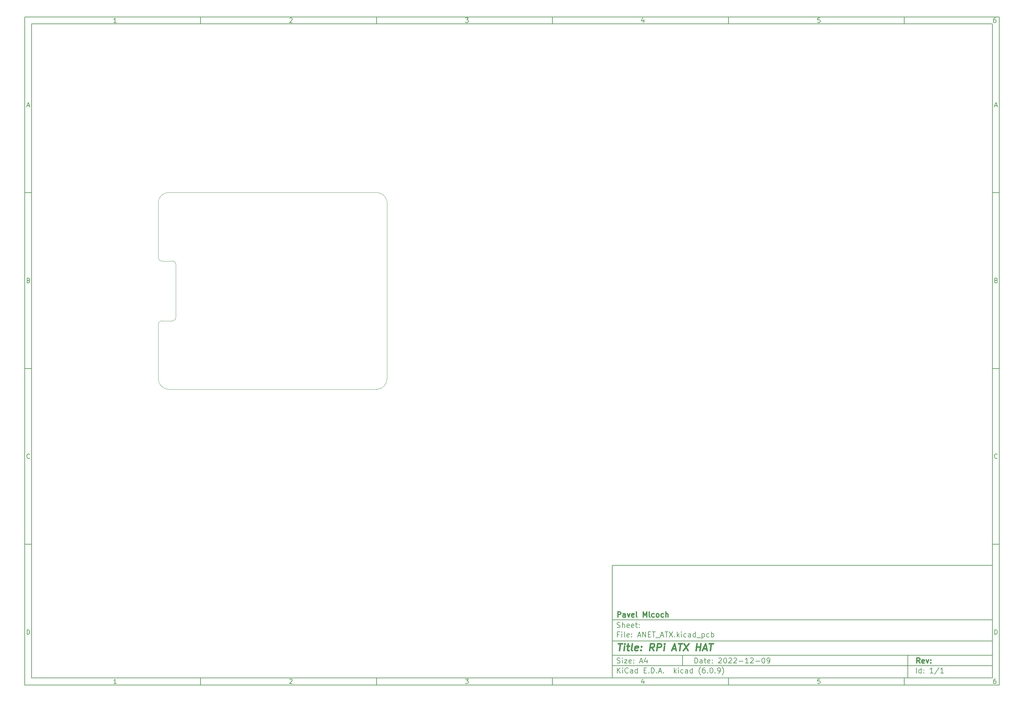
<source format=gbr>
%TF.GenerationSoftware,KiCad,Pcbnew,(6.0.9)*%
%TF.CreationDate,2022-12-14T14:47:33+01:00*%
%TF.ProjectId,ANET_ATX,414e4554-5f41-4545-982e-6b696361645f,rev?*%
%TF.SameCoordinates,Original*%
%TF.FileFunction,Profile,NP*%
%FSLAX46Y46*%
G04 Gerber Fmt 4.6, Leading zero omitted, Abs format (unit mm)*
G04 Created by KiCad (PCBNEW (6.0.9)) date 2022-12-14 14:47:33*
%MOMM*%
%LPD*%
G01*
G04 APERTURE LIST*
%ADD10C,0.100000*%
%ADD11C,0.150000*%
%ADD12C,0.300000*%
%ADD13C,0.400000*%
%TA.AperFunction,Profile*%
%ADD14C,0.100000*%
%TD*%
G04 APERTURE END LIST*
D10*
D11*
X177002200Y-166007200D02*
X177002200Y-198007200D01*
X285002200Y-198007200D01*
X285002200Y-166007200D01*
X177002200Y-166007200D01*
D10*
D11*
X10000000Y-10000000D02*
X10000000Y-200007200D01*
X287002200Y-200007200D01*
X287002200Y-10000000D01*
X10000000Y-10000000D01*
D10*
D11*
X12000000Y-12000000D02*
X12000000Y-198007200D01*
X285002200Y-198007200D01*
X285002200Y-12000000D01*
X12000000Y-12000000D01*
D10*
D11*
X60000000Y-12000000D02*
X60000000Y-10000000D01*
D10*
D11*
X110000000Y-12000000D02*
X110000000Y-10000000D01*
D10*
D11*
X160000000Y-12000000D02*
X160000000Y-10000000D01*
D10*
D11*
X210000000Y-12000000D02*
X210000000Y-10000000D01*
D10*
D11*
X260000000Y-12000000D02*
X260000000Y-10000000D01*
D10*
D11*
X36065476Y-11588095D02*
X35322619Y-11588095D01*
X35694047Y-11588095D02*
X35694047Y-10288095D01*
X35570238Y-10473809D01*
X35446428Y-10597619D01*
X35322619Y-10659523D01*
D10*
D11*
X85322619Y-10411904D02*
X85384523Y-10350000D01*
X85508333Y-10288095D01*
X85817857Y-10288095D01*
X85941666Y-10350000D01*
X86003571Y-10411904D01*
X86065476Y-10535714D01*
X86065476Y-10659523D01*
X86003571Y-10845238D01*
X85260714Y-11588095D01*
X86065476Y-11588095D01*
D10*
D11*
X135260714Y-10288095D02*
X136065476Y-10288095D01*
X135632142Y-10783333D01*
X135817857Y-10783333D01*
X135941666Y-10845238D01*
X136003571Y-10907142D01*
X136065476Y-11030952D01*
X136065476Y-11340476D01*
X136003571Y-11464285D01*
X135941666Y-11526190D01*
X135817857Y-11588095D01*
X135446428Y-11588095D01*
X135322619Y-11526190D01*
X135260714Y-11464285D01*
D10*
D11*
X185941666Y-10721428D02*
X185941666Y-11588095D01*
X185632142Y-10226190D02*
X185322619Y-11154761D01*
X186127380Y-11154761D01*
D10*
D11*
X236003571Y-10288095D02*
X235384523Y-10288095D01*
X235322619Y-10907142D01*
X235384523Y-10845238D01*
X235508333Y-10783333D01*
X235817857Y-10783333D01*
X235941666Y-10845238D01*
X236003571Y-10907142D01*
X236065476Y-11030952D01*
X236065476Y-11340476D01*
X236003571Y-11464285D01*
X235941666Y-11526190D01*
X235817857Y-11588095D01*
X235508333Y-11588095D01*
X235384523Y-11526190D01*
X235322619Y-11464285D01*
D10*
D11*
X285941666Y-10288095D02*
X285694047Y-10288095D01*
X285570238Y-10350000D01*
X285508333Y-10411904D01*
X285384523Y-10597619D01*
X285322619Y-10845238D01*
X285322619Y-11340476D01*
X285384523Y-11464285D01*
X285446428Y-11526190D01*
X285570238Y-11588095D01*
X285817857Y-11588095D01*
X285941666Y-11526190D01*
X286003571Y-11464285D01*
X286065476Y-11340476D01*
X286065476Y-11030952D01*
X286003571Y-10907142D01*
X285941666Y-10845238D01*
X285817857Y-10783333D01*
X285570238Y-10783333D01*
X285446428Y-10845238D01*
X285384523Y-10907142D01*
X285322619Y-11030952D01*
D10*
D11*
X60000000Y-198007200D02*
X60000000Y-200007200D01*
D10*
D11*
X110000000Y-198007200D02*
X110000000Y-200007200D01*
D10*
D11*
X160000000Y-198007200D02*
X160000000Y-200007200D01*
D10*
D11*
X210000000Y-198007200D02*
X210000000Y-200007200D01*
D10*
D11*
X260000000Y-198007200D02*
X260000000Y-200007200D01*
D10*
D11*
X36065476Y-199595295D02*
X35322619Y-199595295D01*
X35694047Y-199595295D02*
X35694047Y-198295295D01*
X35570238Y-198481009D01*
X35446428Y-198604819D01*
X35322619Y-198666723D01*
D10*
D11*
X85322619Y-198419104D02*
X85384523Y-198357200D01*
X85508333Y-198295295D01*
X85817857Y-198295295D01*
X85941666Y-198357200D01*
X86003571Y-198419104D01*
X86065476Y-198542914D01*
X86065476Y-198666723D01*
X86003571Y-198852438D01*
X85260714Y-199595295D01*
X86065476Y-199595295D01*
D10*
D11*
X135260714Y-198295295D02*
X136065476Y-198295295D01*
X135632142Y-198790533D01*
X135817857Y-198790533D01*
X135941666Y-198852438D01*
X136003571Y-198914342D01*
X136065476Y-199038152D01*
X136065476Y-199347676D01*
X136003571Y-199471485D01*
X135941666Y-199533390D01*
X135817857Y-199595295D01*
X135446428Y-199595295D01*
X135322619Y-199533390D01*
X135260714Y-199471485D01*
D10*
D11*
X185941666Y-198728628D02*
X185941666Y-199595295D01*
X185632142Y-198233390D02*
X185322619Y-199161961D01*
X186127380Y-199161961D01*
D10*
D11*
X236003571Y-198295295D02*
X235384523Y-198295295D01*
X235322619Y-198914342D01*
X235384523Y-198852438D01*
X235508333Y-198790533D01*
X235817857Y-198790533D01*
X235941666Y-198852438D01*
X236003571Y-198914342D01*
X236065476Y-199038152D01*
X236065476Y-199347676D01*
X236003571Y-199471485D01*
X235941666Y-199533390D01*
X235817857Y-199595295D01*
X235508333Y-199595295D01*
X235384523Y-199533390D01*
X235322619Y-199471485D01*
D10*
D11*
X285941666Y-198295295D02*
X285694047Y-198295295D01*
X285570238Y-198357200D01*
X285508333Y-198419104D01*
X285384523Y-198604819D01*
X285322619Y-198852438D01*
X285322619Y-199347676D01*
X285384523Y-199471485D01*
X285446428Y-199533390D01*
X285570238Y-199595295D01*
X285817857Y-199595295D01*
X285941666Y-199533390D01*
X286003571Y-199471485D01*
X286065476Y-199347676D01*
X286065476Y-199038152D01*
X286003571Y-198914342D01*
X285941666Y-198852438D01*
X285817857Y-198790533D01*
X285570238Y-198790533D01*
X285446428Y-198852438D01*
X285384523Y-198914342D01*
X285322619Y-199038152D01*
D10*
D11*
X10000000Y-60000000D02*
X12000000Y-60000000D01*
D10*
D11*
X10000000Y-110000000D02*
X12000000Y-110000000D01*
D10*
D11*
X10000000Y-160000000D02*
X12000000Y-160000000D01*
D10*
D11*
X10690476Y-35216666D02*
X11309523Y-35216666D01*
X10566666Y-35588095D02*
X11000000Y-34288095D01*
X11433333Y-35588095D01*
D10*
D11*
X11092857Y-84907142D02*
X11278571Y-84969047D01*
X11340476Y-85030952D01*
X11402380Y-85154761D01*
X11402380Y-85340476D01*
X11340476Y-85464285D01*
X11278571Y-85526190D01*
X11154761Y-85588095D01*
X10659523Y-85588095D01*
X10659523Y-84288095D01*
X11092857Y-84288095D01*
X11216666Y-84350000D01*
X11278571Y-84411904D01*
X11340476Y-84535714D01*
X11340476Y-84659523D01*
X11278571Y-84783333D01*
X11216666Y-84845238D01*
X11092857Y-84907142D01*
X10659523Y-84907142D01*
D10*
D11*
X11402380Y-135464285D02*
X11340476Y-135526190D01*
X11154761Y-135588095D01*
X11030952Y-135588095D01*
X10845238Y-135526190D01*
X10721428Y-135402380D01*
X10659523Y-135278571D01*
X10597619Y-135030952D01*
X10597619Y-134845238D01*
X10659523Y-134597619D01*
X10721428Y-134473809D01*
X10845238Y-134350000D01*
X11030952Y-134288095D01*
X11154761Y-134288095D01*
X11340476Y-134350000D01*
X11402380Y-134411904D01*
D10*
D11*
X10659523Y-185588095D02*
X10659523Y-184288095D01*
X10969047Y-184288095D01*
X11154761Y-184350000D01*
X11278571Y-184473809D01*
X11340476Y-184597619D01*
X11402380Y-184845238D01*
X11402380Y-185030952D01*
X11340476Y-185278571D01*
X11278571Y-185402380D01*
X11154761Y-185526190D01*
X10969047Y-185588095D01*
X10659523Y-185588095D01*
D10*
D11*
X287002200Y-60000000D02*
X285002200Y-60000000D01*
D10*
D11*
X287002200Y-110000000D02*
X285002200Y-110000000D01*
D10*
D11*
X287002200Y-160000000D02*
X285002200Y-160000000D01*
D10*
D11*
X285692676Y-35216666D02*
X286311723Y-35216666D01*
X285568866Y-35588095D02*
X286002200Y-34288095D01*
X286435533Y-35588095D01*
D10*
D11*
X286095057Y-84907142D02*
X286280771Y-84969047D01*
X286342676Y-85030952D01*
X286404580Y-85154761D01*
X286404580Y-85340476D01*
X286342676Y-85464285D01*
X286280771Y-85526190D01*
X286156961Y-85588095D01*
X285661723Y-85588095D01*
X285661723Y-84288095D01*
X286095057Y-84288095D01*
X286218866Y-84350000D01*
X286280771Y-84411904D01*
X286342676Y-84535714D01*
X286342676Y-84659523D01*
X286280771Y-84783333D01*
X286218866Y-84845238D01*
X286095057Y-84907142D01*
X285661723Y-84907142D01*
D10*
D11*
X286404580Y-135464285D02*
X286342676Y-135526190D01*
X286156961Y-135588095D01*
X286033152Y-135588095D01*
X285847438Y-135526190D01*
X285723628Y-135402380D01*
X285661723Y-135278571D01*
X285599819Y-135030952D01*
X285599819Y-134845238D01*
X285661723Y-134597619D01*
X285723628Y-134473809D01*
X285847438Y-134350000D01*
X286033152Y-134288095D01*
X286156961Y-134288095D01*
X286342676Y-134350000D01*
X286404580Y-134411904D01*
D10*
D11*
X285661723Y-185588095D02*
X285661723Y-184288095D01*
X285971247Y-184288095D01*
X286156961Y-184350000D01*
X286280771Y-184473809D01*
X286342676Y-184597619D01*
X286404580Y-184845238D01*
X286404580Y-185030952D01*
X286342676Y-185278571D01*
X286280771Y-185402380D01*
X286156961Y-185526190D01*
X285971247Y-185588095D01*
X285661723Y-185588095D01*
D10*
D11*
X200434342Y-193785771D02*
X200434342Y-192285771D01*
X200791485Y-192285771D01*
X201005771Y-192357200D01*
X201148628Y-192500057D01*
X201220057Y-192642914D01*
X201291485Y-192928628D01*
X201291485Y-193142914D01*
X201220057Y-193428628D01*
X201148628Y-193571485D01*
X201005771Y-193714342D01*
X200791485Y-193785771D01*
X200434342Y-193785771D01*
X202577200Y-193785771D02*
X202577200Y-193000057D01*
X202505771Y-192857200D01*
X202362914Y-192785771D01*
X202077200Y-192785771D01*
X201934342Y-192857200D01*
X202577200Y-193714342D02*
X202434342Y-193785771D01*
X202077200Y-193785771D01*
X201934342Y-193714342D01*
X201862914Y-193571485D01*
X201862914Y-193428628D01*
X201934342Y-193285771D01*
X202077200Y-193214342D01*
X202434342Y-193214342D01*
X202577200Y-193142914D01*
X203077200Y-192785771D02*
X203648628Y-192785771D01*
X203291485Y-192285771D02*
X203291485Y-193571485D01*
X203362914Y-193714342D01*
X203505771Y-193785771D01*
X203648628Y-193785771D01*
X204720057Y-193714342D02*
X204577200Y-193785771D01*
X204291485Y-193785771D01*
X204148628Y-193714342D01*
X204077200Y-193571485D01*
X204077200Y-193000057D01*
X204148628Y-192857200D01*
X204291485Y-192785771D01*
X204577200Y-192785771D01*
X204720057Y-192857200D01*
X204791485Y-193000057D01*
X204791485Y-193142914D01*
X204077200Y-193285771D01*
X205434342Y-193642914D02*
X205505771Y-193714342D01*
X205434342Y-193785771D01*
X205362914Y-193714342D01*
X205434342Y-193642914D01*
X205434342Y-193785771D01*
X205434342Y-192857200D02*
X205505771Y-192928628D01*
X205434342Y-193000057D01*
X205362914Y-192928628D01*
X205434342Y-192857200D01*
X205434342Y-193000057D01*
X207220057Y-192428628D02*
X207291485Y-192357200D01*
X207434342Y-192285771D01*
X207791485Y-192285771D01*
X207934342Y-192357200D01*
X208005771Y-192428628D01*
X208077200Y-192571485D01*
X208077200Y-192714342D01*
X208005771Y-192928628D01*
X207148628Y-193785771D01*
X208077200Y-193785771D01*
X209005771Y-192285771D02*
X209148628Y-192285771D01*
X209291485Y-192357200D01*
X209362914Y-192428628D01*
X209434342Y-192571485D01*
X209505771Y-192857200D01*
X209505771Y-193214342D01*
X209434342Y-193500057D01*
X209362914Y-193642914D01*
X209291485Y-193714342D01*
X209148628Y-193785771D01*
X209005771Y-193785771D01*
X208862914Y-193714342D01*
X208791485Y-193642914D01*
X208720057Y-193500057D01*
X208648628Y-193214342D01*
X208648628Y-192857200D01*
X208720057Y-192571485D01*
X208791485Y-192428628D01*
X208862914Y-192357200D01*
X209005771Y-192285771D01*
X210077200Y-192428628D02*
X210148628Y-192357200D01*
X210291485Y-192285771D01*
X210648628Y-192285771D01*
X210791485Y-192357200D01*
X210862914Y-192428628D01*
X210934342Y-192571485D01*
X210934342Y-192714342D01*
X210862914Y-192928628D01*
X210005771Y-193785771D01*
X210934342Y-193785771D01*
X211505771Y-192428628D02*
X211577200Y-192357200D01*
X211720057Y-192285771D01*
X212077200Y-192285771D01*
X212220057Y-192357200D01*
X212291485Y-192428628D01*
X212362914Y-192571485D01*
X212362914Y-192714342D01*
X212291485Y-192928628D01*
X211434342Y-193785771D01*
X212362914Y-193785771D01*
X213005771Y-193214342D02*
X214148628Y-193214342D01*
X215648628Y-193785771D02*
X214791485Y-193785771D01*
X215220057Y-193785771D02*
X215220057Y-192285771D01*
X215077200Y-192500057D01*
X214934342Y-192642914D01*
X214791485Y-192714342D01*
X216220057Y-192428628D02*
X216291485Y-192357200D01*
X216434342Y-192285771D01*
X216791485Y-192285771D01*
X216934342Y-192357200D01*
X217005771Y-192428628D01*
X217077200Y-192571485D01*
X217077200Y-192714342D01*
X217005771Y-192928628D01*
X216148628Y-193785771D01*
X217077200Y-193785771D01*
X217720057Y-193214342D02*
X218862914Y-193214342D01*
X219862914Y-192285771D02*
X220005771Y-192285771D01*
X220148628Y-192357200D01*
X220220057Y-192428628D01*
X220291485Y-192571485D01*
X220362914Y-192857200D01*
X220362914Y-193214342D01*
X220291485Y-193500057D01*
X220220057Y-193642914D01*
X220148628Y-193714342D01*
X220005771Y-193785771D01*
X219862914Y-193785771D01*
X219720057Y-193714342D01*
X219648628Y-193642914D01*
X219577200Y-193500057D01*
X219505771Y-193214342D01*
X219505771Y-192857200D01*
X219577200Y-192571485D01*
X219648628Y-192428628D01*
X219720057Y-192357200D01*
X219862914Y-192285771D01*
X221077200Y-193785771D02*
X221362914Y-193785771D01*
X221505771Y-193714342D01*
X221577200Y-193642914D01*
X221720057Y-193428628D01*
X221791485Y-193142914D01*
X221791485Y-192571485D01*
X221720057Y-192428628D01*
X221648628Y-192357200D01*
X221505771Y-192285771D01*
X221220057Y-192285771D01*
X221077200Y-192357200D01*
X221005771Y-192428628D01*
X220934342Y-192571485D01*
X220934342Y-192928628D01*
X221005771Y-193071485D01*
X221077200Y-193142914D01*
X221220057Y-193214342D01*
X221505771Y-193214342D01*
X221648628Y-193142914D01*
X221720057Y-193071485D01*
X221791485Y-192928628D01*
D10*
D11*
X177002200Y-194507200D02*
X285002200Y-194507200D01*
D10*
D11*
X178434342Y-196585771D02*
X178434342Y-195085771D01*
X179291485Y-196585771D02*
X178648628Y-195728628D01*
X179291485Y-195085771D02*
X178434342Y-195942914D01*
X179934342Y-196585771D02*
X179934342Y-195585771D01*
X179934342Y-195085771D02*
X179862914Y-195157200D01*
X179934342Y-195228628D01*
X180005771Y-195157200D01*
X179934342Y-195085771D01*
X179934342Y-195228628D01*
X181505771Y-196442914D02*
X181434342Y-196514342D01*
X181220057Y-196585771D01*
X181077200Y-196585771D01*
X180862914Y-196514342D01*
X180720057Y-196371485D01*
X180648628Y-196228628D01*
X180577200Y-195942914D01*
X180577200Y-195728628D01*
X180648628Y-195442914D01*
X180720057Y-195300057D01*
X180862914Y-195157200D01*
X181077200Y-195085771D01*
X181220057Y-195085771D01*
X181434342Y-195157200D01*
X181505771Y-195228628D01*
X182791485Y-196585771D02*
X182791485Y-195800057D01*
X182720057Y-195657200D01*
X182577200Y-195585771D01*
X182291485Y-195585771D01*
X182148628Y-195657200D01*
X182791485Y-196514342D02*
X182648628Y-196585771D01*
X182291485Y-196585771D01*
X182148628Y-196514342D01*
X182077200Y-196371485D01*
X182077200Y-196228628D01*
X182148628Y-196085771D01*
X182291485Y-196014342D01*
X182648628Y-196014342D01*
X182791485Y-195942914D01*
X184148628Y-196585771D02*
X184148628Y-195085771D01*
X184148628Y-196514342D02*
X184005771Y-196585771D01*
X183720057Y-196585771D01*
X183577200Y-196514342D01*
X183505771Y-196442914D01*
X183434342Y-196300057D01*
X183434342Y-195871485D01*
X183505771Y-195728628D01*
X183577200Y-195657200D01*
X183720057Y-195585771D01*
X184005771Y-195585771D01*
X184148628Y-195657200D01*
X186005771Y-195800057D02*
X186505771Y-195800057D01*
X186720057Y-196585771D02*
X186005771Y-196585771D01*
X186005771Y-195085771D01*
X186720057Y-195085771D01*
X187362914Y-196442914D02*
X187434342Y-196514342D01*
X187362914Y-196585771D01*
X187291485Y-196514342D01*
X187362914Y-196442914D01*
X187362914Y-196585771D01*
X188077200Y-196585771D02*
X188077200Y-195085771D01*
X188434342Y-195085771D01*
X188648628Y-195157200D01*
X188791485Y-195300057D01*
X188862914Y-195442914D01*
X188934342Y-195728628D01*
X188934342Y-195942914D01*
X188862914Y-196228628D01*
X188791485Y-196371485D01*
X188648628Y-196514342D01*
X188434342Y-196585771D01*
X188077200Y-196585771D01*
X189577200Y-196442914D02*
X189648628Y-196514342D01*
X189577200Y-196585771D01*
X189505771Y-196514342D01*
X189577200Y-196442914D01*
X189577200Y-196585771D01*
X190220057Y-196157200D02*
X190934342Y-196157200D01*
X190077200Y-196585771D02*
X190577200Y-195085771D01*
X191077200Y-196585771D01*
X191577200Y-196442914D02*
X191648628Y-196514342D01*
X191577200Y-196585771D01*
X191505771Y-196514342D01*
X191577200Y-196442914D01*
X191577200Y-196585771D01*
X194577200Y-196585771D02*
X194577200Y-195085771D01*
X194720057Y-196014342D02*
X195148628Y-196585771D01*
X195148628Y-195585771D02*
X194577200Y-196157200D01*
X195791485Y-196585771D02*
X195791485Y-195585771D01*
X195791485Y-195085771D02*
X195720057Y-195157200D01*
X195791485Y-195228628D01*
X195862914Y-195157200D01*
X195791485Y-195085771D01*
X195791485Y-195228628D01*
X197148628Y-196514342D02*
X197005771Y-196585771D01*
X196720057Y-196585771D01*
X196577200Y-196514342D01*
X196505771Y-196442914D01*
X196434342Y-196300057D01*
X196434342Y-195871485D01*
X196505771Y-195728628D01*
X196577200Y-195657200D01*
X196720057Y-195585771D01*
X197005771Y-195585771D01*
X197148628Y-195657200D01*
X198434342Y-196585771D02*
X198434342Y-195800057D01*
X198362914Y-195657200D01*
X198220057Y-195585771D01*
X197934342Y-195585771D01*
X197791485Y-195657200D01*
X198434342Y-196514342D02*
X198291485Y-196585771D01*
X197934342Y-196585771D01*
X197791485Y-196514342D01*
X197720057Y-196371485D01*
X197720057Y-196228628D01*
X197791485Y-196085771D01*
X197934342Y-196014342D01*
X198291485Y-196014342D01*
X198434342Y-195942914D01*
X199791485Y-196585771D02*
X199791485Y-195085771D01*
X199791485Y-196514342D02*
X199648628Y-196585771D01*
X199362914Y-196585771D01*
X199220057Y-196514342D01*
X199148628Y-196442914D01*
X199077200Y-196300057D01*
X199077200Y-195871485D01*
X199148628Y-195728628D01*
X199220057Y-195657200D01*
X199362914Y-195585771D01*
X199648628Y-195585771D01*
X199791485Y-195657200D01*
X202077200Y-197157200D02*
X202005771Y-197085771D01*
X201862914Y-196871485D01*
X201791485Y-196728628D01*
X201720057Y-196514342D01*
X201648628Y-196157200D01*
X201648628Y-195871485D01*
X201720057Y-195514342D01*
X201791485Y-195300057D01*
X201862914Y-195157200D01*
X202005771Y-194942914D01*
X202077200Y-194871485D01*
X203291485Y-195085771D02*
X203005771Y-195085771D01*
X202862914Y-195157200D01*
X202791485Y-195228628D01*
X202648628Y-195442914D01*
X202577200Y-195728628D01*
X202577200Y-196300057D01*
X202648628Y-196442914D01*
X202720057Y-196514342D01*
X202862914Y-196585771D01*
X203148628Y-196585771D01*
X203291485Y-196514342D01*
X203362914Y-196442914D01*
X203434342Y-196300057D01*
X203434342Y-195942914D01*
X203362914Y-195800057D01*
X203291485Y-195728628D01*
X203148628Y-195657200D01*
X202862914Y-195657200D01*
X202720057Y-195728628D01*
X202648628Y-195800057D01*
X202577200Y-195942914D01*
X204077200Y-196442914D02*
X204148628Y-196514342D01*
X204077200Y-196585771D01*
X204005771Y-196514342D01*
X204077200Y-196442914D01*
X204077200Y-196585771D01*
X205077200Y-195085771D02*
X205220057Y-195085771D01*
X205362914Y-195157200D01*
X205434342Y-195228628D01*
X205505771Y-195371485D01*
X205577200Y-195657200D01*
X205577200Y-196014342D01*
X205505771Y-196300057D01*
X205434342Y-196442914D01*
X205362914Y-196514342D01*
X205220057Y-196585771D01*
X205077200Y-196585771D01*
X204934342Y-196514342D01*
X204862914Y-196442914D01*
X204791485Y-196300057D01*
X204720057Y-196014342D01*
X204720057Y-195657200D01*
X204791485Y-195371485D01*
X204862914Y-195228628D01*
X204934342Y-195157200D01*
X205077200Y-195085771D01*
X206220057Y-196442914D02*
X206291485Y-196514342D01*
X206220057Y-196585771D01*
X206148628Y-196514342D01*
X206220057Y-196442914D01*
X206220057Y-196585771D01*
X207005771Y-196585771D02*
X207291485Y-196585771D01*
X207434342Y-196514342D01*
X207505771Y-196442914D01*
X207648628Y-196228628D01*
X207720057Y-195942914D01*
X207720057Y-195371485D01*
X207648628Y-195228628D01*
X207577200Y-195157200D01*
X207434342Y-195085771D01*
X207148628Y-195085771D01*
X207005771Y-195157200D01*
X206934342Y-195228628D01*
X206862914Y-195371485D01*
X206862914Y-195728628D01*
X206934342Y-195871485D01*
X207005771Y-195942914D01*
X207148628Y-196014342D01*
X207434342Y-196014342D01*
X207577200Y-195942914D01*
X207648628Y-195871485D01*
X207720057Y-195728628D01*
X208220057Y-197157200D02*
X208291485Y-197085771D01*
X208434342Y-196871485D01*
X208505771Y-196728628D01*
X208577200Y-196514342D01*
X208648628Y-196157200D01*
X208648628Y-195871485D01*
X208577200Y-195514342D01*
X208505771Y-195300057D01*
X208434342Y-195157200D01*
X208291485Y-194942914D01*
X208220057Y-194871485D01*
D10*
D11*
X177002200Y-191507200D02*
X285002200Y-191507200D01*
D10*
D12*
X264411485Y-193785771D02*
X263911485Y-193071485D01*
X263554342Y-193785771D02*
X263554342Y-192285771D01*
X264125771Y-192285771D01*
X264268628Y-192357200D01*
X264340057Y-192428628D01*
X264411485Y-192571485D01*
X264411485Y-192785771D01*
X264340057Y-192928628D01*
X264268628Y-193000057D01*
X264125771Y-193071485D01*
X263554342Y-193071485D01*
X265625771Y-193714342D02*
X265482914Y-193785771D01*
X265197200Y-193785771D01*
X265054342Y-193714342D01*
X264982914Y-193571485D01*
X264982914Y-193000057D01*
X265054342Y-192857200D01*
X265197200Y-192785771D01*
X265482914Y-192785771D01*
X265625771Y-192857200D01*
X265697200Y-193000057D01*
X265697200Y-193142914D01*
X264982914Y-193285771D01*
X266197200Y-192785771D02*
X266554342Y-193785771D01*
X266911485Y-192785771D01*
X267482914Y-193642914D02*
X267554342Y-193714342D01*
X267482914Y-193785771D01*
X267411485Y-193714342D01*
X267482914Y-193642914D01*
X267482914Y-193785771D01*
X267482914Y-192857200D02*
X267554342Y-192928628D01*
X267482914Y-193000057D01*
X267411485Y-192928628D01*
X267482914Y-192857200D01*
X267482914Y-193000057D01*
D10*
D11*
X178362914Y-193714342D02*
X178577200Y-193785771D01*
X178934342Y-193785771D01*
X179077200Y-193714342D01*
X179148628Y-193642914D01*
X179220057Y-193500057D01*
X179220057Y-193357200D01*
X179148628Y-193214342D01*
X179077200Y-193142914D01*
X178934342Y-193071485D01*
X178648628Y-193000057D01*
X178505771Y-192928628D01*
X178434342Y-192857200D01*
X178362914Y-192714342D01*
X178362914Y-192571485D01*
X178434342Y-192428628D01*
X178505771Y-192357200D01*
X178648628Y-192285771D01*
X179005771Y-192285771D01*
X179220057Y-192357200D01*
X179862914Y-193785771D02*
X179862914Y-192785771D01*
X179862914Y-192285771D02*
X179791485Y-192357200D01*
X179862914Y-192428628D01*
X179934342Y-192357200D01*
X179862914Y-192285771D01*
X179862914Y-192428628D01*
X180434342Y-192785771D02*
X181220057Y-192785771D01*
X180434342Y-193785771D01*
X181220057Y-193785771D01*
X182362914Y-193714342D02*
X182220057Y-193785771D01*
X181934342Y-193785771D01*
X181791485Y-193714342D01*
X181720057Y-193571485D01*
X181720057Y-193000057D01*
X181791485Y-192857200D01*
X181934342Y-192785771D01*
X182220057Y-192785771D01*
X182362914Y-192857200D01*
X182434342Y-193000057D01*
X182434342Y-193142914D01*
X181720057Y-193285771D01*
X183077200Y-193642914D02*
X183148628Y-193714342D01*
X183077200Y-193785771D01*
X183005771Y-193714342D01*
X183077200Y-193642914D01*
X183077200Y-193785771D01*
X183077200Y-192857200D02*
X183148628Y-192928628D01*
X183077200Y-193000057D01*
X183005771Y-192928628D01*
X183077200Y-192857200D01*
X183077200Y-193000057D01*
X184862914Y-193357200D02*
X185577200Y-193357200D01*
X184720057Y-193785771D02*
X185220057Y-192285771D01*
X185720057Y-193785771D01*
X186862914Y-192785771D02*
X186862914Y-193785771D01*
X186505771Y-192214342D02*
X186148628Y-193285771D01*
X187077200Y-193285771D01*
D10*
D11*
X263434342Y-196585771D02*
X263434342Y-195085771D01*
X264791485Y-196585771D02*
X264791485Y-195085771D01*
X264791485Y-196514342D02*
X264648628Y-196585771D01*
X264362914Y-196585771D01*
X264220057Y-196514342D01*
X264148628Y-196442914D01*
X264077200Y-196300057D01*
X264077200Y-195871485D01*
X264148628Y-195728628D01*
X264220057Y-195657200D01*
X264362914Y-195585771D01*
X264648628Y-195585771D01*
X264791485Y-195657200D01*
X265505771Y-196442914D02*
X265577200Y-196514342D01*
X265505771Y-196585771D01*
X265434342Y-196514342D01*
X265505771Y-196442914D01*
X265505771Y-196585771D01*
X265505771Y-195657200D02*
X265577200Y-195728628D01*
X265505771Y-195800057D01*
X265434342Y-195728628D01*
X265505771Y-195657200D01*
X265505771Y-195800057D01*
X268148628Y-196585771D02*
X267291485Y-196585771D01*
X267720057Y-196585771D02*
X267720057Y-195085771D01*
X267577200Y-195300057D01*
X267434342Y-195442914D01*
X267291485Y-195514342D01*
X269862914Y-195014342D02*
X268577200Y-196942914D01*
X271148628Y-196585771D02*
X270291485Y-196585771D01*
X270720057Y-196585771D02*
X270720057Y-195085771D01*
X270577200Y-195300057D01*
X270434342Y-195442914D01*
X270291485Y-195514342D01*
D10*
D11*
X177002200Y-187507200D02*
X285002200Y-187507200D01*
D10*
D13*
X178714580Y-188211961D02*
X179857438Y-188211961D01*
X179036009Y-190211961D02*
X179286009Y-188211961D01*
X180274104Y-190211961D02*
X180440771Y-188878628D01*
X180524104Y-188211961D02*
X180416961Y-188307200D01*
X180500295Y-188402438D01*
X180607438Y-188307200D01*
X180524104Y-188211961D01*
X180500295Y-188402438D01*
X181107438Y-188878628D02*
X181869342Y-188878628D01*
X181476485Y-188211961D02*
X181262200Y-189926247D01*
X181333628Y-190116723D01*
X181512200Y-190211961D01*
X181702676Y-190211961D01*
X182655057Y-190211961D02*
X182476485Y-190116723D01*
X182405057Y-189926247D01*
X182619342Y-188211961D01*
X184190771Y-190116723D02*
X183988390Y-190211961D01*
X183607438Y-190211961D01*
X183428866Y-190116723D01*
X183357438Y-189926247D01*
X183452676Y-189164342D01*
X183571723Y-188973866D01*
X183774104Y-188878628D01*
X184155057Y-188878628D01*
X184333628Y-188973866D01*
X184405057Y-189164342D01*
X184381247Y-189354819D01*
X183405057Y-189545295D01*
X185155057Y-190021485D02*
X185238390Y-190116723D01*
X185131247Y-190211961D01*
X185047914Y-190116723D01*
X185155057Y-190021485D01*
X185131247Y-190211961D01*
X185286009Y-188973866D02*
X185369342Y-189069104D01*
X185262200Y-189164342D01*
X185178866Y-189069104D01*
X185286009Y-188973866D01*
X185262200Y-189164342D01*
X188750295Y-190211961D02*
X188202676Y-189259580D01*
X187607438Y-190211961D02*
X187857438Y-188211961D01*
X188619342Y-188211961D01*
X188797914Y-188307200D01*
X188881247Y-188402438D01*
X188952676Y-188592914D01*
X188916961Y-188878628D01*
X188797914Y-189069104D01*
X188690771Y-189164342D01*
X188488390Y-189259580D01*
X187726485Y-189259580D01*
X189607438Y-190211961D02*
X189857438Y-188211961D01*
X190619342Y-188211961D01*
X190797914Y-188307200D01*
X190881247Y-188402438D01*
X190952676Y-188592914D01*
X190916961Y-188878628D01*
X190797914Y-189069104D01*
X190690771Y-189164342D01*
X190488390Y-189259580D01*
X189726485Y-189259580D01*
X191607438Y-190211961D02*
X191774104Y-188878628D01*
X191857438Y-188211961D02*
X191750295Y-188307200D01*
X191833628Y-188402438D01*
X191940771Y-188307200D01*
X191857438Y-188211961D01*
X191833628Y-188402438D01*
X194059819Y-189640533D02*
X195012200Y-189640533D01*
X193797914Y-190211961D02*
X194714580Y-188211961D01*
X195131247Y-190211961D01*
X195762200Y-188211961D02*
X196905057Y-188211961D01*
X196083628Y-190211961D02*
X196333628Y-188211961D01*
X197381247Y-188211961D02*
X198464580Y-190211961D01*
X198714580Y-188211961D02*
X197131247Y-190211961D01*
X200750295Y-190211961D02*
X201000295Y-188211961D01*
X200881247Y-189164342D02*
X202024104Y-189164342D01*
X201893152Y-190211961D02*
X202143152Y-188211961D01*
X202821723Y-189640533D02*
X203774104Y-189640533D01*
X202559819Y-190211961D02*
X203476485Y-188211961D01*
X203893152Y-190211961D01*
X204524104Y-188211961D02*
X205666961Y-188211961D01*
X204845533Y-190211961D02*
X205095533Y-188211961D01*
D10*
D11*
X178934342Y-185600057D02*
X178434342Y-185600057D01*
X178434342Y-186385771D02*
X178434342Y-184885771D01*
X179148628Y-184885771D01*
X179720057Y-186385771D02*
X179720057Y-185385771D01*
X179720057Y-184885771D02*
X179648628Y-184957200D01*
X179720057Y-185028628D01*
X179791485Y-184957200D01*
X179720057Y-184885771D01*
X179720057Y-185028628D01*
X180648628Y-186385771D02*
X180505771Y-186314342D01*
X180434342Y-186171485D01*
X180434342Y-184885771D01*
X181791485Y-186314342D02*
X181648628Y-186385771D01*
X181362914Y-186385771D01*
X181220057Y-186314342D01*
X181148628Y-186171485D01*
X181148628Y-185600057D01*
X181220057Y-185457200D01*
X181362914Y-185385771D01*
X181648628Y-185385771D01*
X181791485Y-185457200D01*
X181862914Y-185600057D01*
X181862914Y-185742914D01*
X181148628Y-185885771D01*
X182505771Y-186242914D02*
X182577200Y-186314342D01*
X182505771Y-186385771D01*
X182434342Y-186314342D01*
X182505771Y-186242914D01*
X182505771Y-186385771D01*
X182505771Y-185457200D02*
X182577200Y-185528628D01*
X182505771Y-185600057D01*
X182434342Y-185528628D01*
X182505771Y-185457200D01*
X182505771Y-185600057D01*
X184291485Y-185957200D02*
X185005771Y-185957200D01*
X184148628Y-186385771D02*
X184648628Y-184885771D01*
X185148628Y-186385771D01*
X185648628Y-186385771D02*
X185648628Y-184885771D01*
X186505771Y-186385771D01*
X186505771Y-184885771D01*
X187220057Y-185600057D02*
X187720057Y-185600057D01*
X187934342Y-186385771D02*
X187220057Y-186385771D01*
X187220057Y-184885771D01*
X187934342Y-184885771D01*
X188362914Y-184885771D02*
X189220057Y-184885771D01*
X188791485Y-186385771D02*
X188791485Y-184885771D01*
X189362914Y-186528628D02*
X190505771Y-186528628D01*
X190791485Y-185957200D02*
X191505771Y-185957200D01*
X190648628Y-186385771D02*
X191148628Y-184885771D01*
X191648628Y-186385771D01*
X191934342Y-184885771D02*
X192791485Y-184885771D01*
X192362914Y-186385771D02*
X192362914Y-184885771D01*
X193148628Y-184885771D02*
X194148628Y-186385771D01*
X194148628Y-184885771D02*
X193148628Y-186385771D01*
X194720057Y-186242914D02*
X194791485Y-186314342D01*
X194720057Y-186385771D01*
X194648628Y-186314342D01*
X194720057Y-186242914D01*
X194720057Y-186385771D01*
X195434342Y-186385771D02*
X195434342Y-184885771D01*
X195577200Y-185814342D02*
X196005771Y-186385771D01*
X196005771Y-185385771D02*
X195434342Y-185957200D01*
X196648628Y-186385771D02*
X196648628Y-185385771D01*
X196648628Y-184885771D02*
X196577200Y-184957200D01*
X196648628Y-185028628D01*
X196720057Y-184957200D01*
X196648628Y-184885771D01*
X196648628Y-185028628D01*
X198005771Y-186314342D02*
X197862914Y-186385771D01*
X197577200Y-186385771D01*
X197434342Y-186314342D01*
X197362914Y-186242914D01*
X197291485Y-186100057D01*
X197291485Y-185671485D01*
X197362914Y-185528628D01*
X197434342Y-185457200D01*
X197577200Y-185385771D01*
X197862914Y-185385771D01*
X198005771Y-185457200D01*
X199291485Y-186385771D02*
X199291485Y-185600057D01*
X199220057Y-185457200D01*
X199077200Y-185385771D01*
X198791485Y-185385771D01*
X198648628Y-185457200D01*
X199291485Y-186314342D02*
X199148628Y-186385771D01*
X198791485Y-186385771D01*
X198648628Y-186314342D01*
X198577200Y-186171485D01*
X198577200Y-186028628D01*
X198648628Y-185885771D01*
X198791485Y-185814342D01*
X199148628Y-185814342D01*
X199291485Y-185742914D01*
X200648628Y-186385771D02*
X200648628Y-184885771D01*
X200648628Y-186314342D02*
X200505771Y-186385771D01*
X200220057Y-186385771D01*
X200077200Y-186314342D01*
X200005771Y-186242914D01*
X199934342Y-186100057D01*
X199934342Y-185671485D01*
X200005771Y-185528628D01*
X200077200Y-185457200D01*
X200220057Y-185385771D01*
X200505771Y-185385771D01*
X200648628Y-185457200D01*
X201005771Y-186528628D02*
X202148628Y-186528628D01*
X202505771Y-185385771D02*
X202505771Y-186885771D01*
X202505771Y-185457200D02*
X202648628Y-185385771D01*
X202934342Y-185385771D01*
X203077200Y-185457200D01*
X203148628Y-185528628D01*
X203220057Y-185671485D01*
X203220057Y-186100057D01*
X203148628Y-186242914D01*
X203077200Y-186314342D01*
X202934342Y-186385771D01*
X202648628Y-186385771D01*
X202505771Y-186314342D01*
X204505771Y-186314342D02*
X204362914Y-186385771D01*
X204077200Y-186385771D01*
X203934342Y-186314342D01*
X203862914Y-186242914D01*
X203791485Y-186100057D01*
X203791485Y-185671485D01*
X203862914Y-185528628D01*
X203934342Y-185457200D01*
X204077200Y-185385771D01*
X204362914Y-185385771D01*
X204505771Y-185457200D01*
X205148628Y-186385771D02*
X205148628Y-184885771D01*
X205148628Y-185457200D02*
X205291485Y-185385771D01*
X205577200Y-185385771D01*
X205720057Y-185457200D01*
X205791485Y-185528628D01*
X205862914Y-185671485D01*
X205862914Y-186100057D01*
X205791485Y-186242914D01*
X205720057Y-186314342D01*
X205577200Y-186385771D01*
X205291485Y-186385771D01*
X205148628Y-186314342D01*
D10*
D11*
X177002200Y-181507200D02*
X285002200Y-181507200D01*
D10*
D11*
X178362914Y-183614342D02*
X178577200Y-183685771D01*
X178934342Y-183685771D01*
X179077200Y-183614342D01*
X179148628Y-183542914D01*
X179220057Y-183400057D01*
X179220057Y-183257200D01*
X179148628Y-183114342D01*
X179077200Y-183042914D01*
X178934342Y-182971485D01*
X178648628Y-182900057D01*
X178505771Y-182828628D01*
X178434342Y-182757200D01*
X178362914Y-182614342D01*
X178362914Y-182471485D01*
X178434342Y-182328628D01*
X178505771Y-182257200D01*
X178648628Y-182185771D01*
X179005771Y-182185771D01*
X179220057Y-182257200D01*
X179862914Y-183685771D02*
X179862914Y-182185771D01*
X180505771Y-183685771D02*
X180505771Y-182900057D01*
X180434342Y-182757200D01*
X180291485Y-182685771D01*
X180077200Y-182685771D01*
X179934342Y-182757200D01*
X179862914Y-182828628D01*
X181791485Y-183614342D02*
X181648628Y-183685771D01*
X181362914Y-183685771D01*
X181220057Y-183614342D01*
X181148628Y-183471485D01*
X181148628Y-182900057D01*
X181220057Y-182757200D01*
X181362914Y-182685771D01*
X181648628Y-182685771D01*
X181791485Y-182757200D01*
X181862914Y-182900057D01*
X181862914Y-183042914D01*
X181148628Y-183185771D01*
X183077200Y-183614342D02*
X182934342Y-183685771D01*
X182648628Y-183685771D01*
X182505771Y-183614342D01*
X182434342Y-183471485D01*
X182434342Y-182900057D01*
X182505771Y-182757200D01*
X182648628Y-182685771D01*
X182934342Y-182685771D01*
X183077200Y-182757200D01*
X183148628Y-182900057D01*
X183148628Y-183042914D01*
X182434342Y-183185771D01*
X183577200Y-182685771D02*
X184148628Y-182685771D01*
X183791485Y-182185771D02*
X183791485Y-183471485D01*
X183862914Y-183614342D01*
X184005771Y-183685771D01*
X184148628Y-183685771D01*
X184648628Y-183542914D02*
X184720057Y-183614342D01*
X184648628Y-183685771D01*
X184577200Y-183614342D01*
X184648628Y-183542914D01*
X184648628Y-183685771D01*
X184648628Y-182757200D02*
X184720057Y-182828628D01*
X184648628Y-182900057D01*
X184577200Y-182828628D01*
X184648628Y-182757200D01*
X184648628Y-182900057D01*
D10*
D12*
X178554342Y-180685771D02*
X178554342Y-179185771D01*
X179125771Y-179185771D01*
X179268628Y-179257200D01*
X179340057Y-179328628D01*
X179411485Y-179471485D01*
X179411485Y-179685771D01*
X179340057Y-179828628D01*
X179268628Y-179900057D01*
X179125771Y-179971485D01*
X178554342Y-179971485D01*
X180697200Y-180685771D02*
X180697200Y-179900057D01*
X180625771Y-179757200D01*
X180482914Y-179685771D01*
X180197200Y-179685771D01*
X180054342Y-179757200D01*
X180697200Y-180614342D02*
X180554342Y-180685771D01*
X180197200Y-180685771D01*
X180054342Y-180614342D01*
X179982914Y-180471485D01*
X179982914Y-180328628D01*
X180054342Y-180185771D01*
X180197200Y-180114342D01*
X180554342Y-180114342D01*
X180697200Y-180042914D01*
X181268628Y-179685771D02*
X181625771Y-180685771D01*
X181982914Y-179685771D01*
X183125771Y-180614342D02*
X182982914Y-180685771D01*
X182697200Y-180685771D01*
X182554342Y-180614342D01*
X182482914Y-180471485D01*
X182482914Y-179900057D01*
X182554342Y-179757200D01*
X182697200Y-179685771D01*
X182982914Y-179685771D01*
X183125771Y-179757200D01*
X183197200Y-179900057D01*
X183197200Y-180042914D01*
X182482914Y-180185771D01*
X184054342Y-180685771D02*
X183911485Y-180614342D01*
X183840057Y-180471485D01*
X183840057Y-179185771D01*
X185768628Y-180685771D02*
X185768628Y-179185771D01*
X186268628Y-180257200D01*
X186768628Y-179185771D01*
X186768628Y-180685771D01*
X187697200Y-180685771D02*
X187554342Y-180614342D01*
X187482914Y-180471485D01*
X187482914Y-179185771D01*
X188911485Y-180614342D02*
X188768628Y-180685771D01*
X188482914Y-180685771D01*
X188340057Y-180614342D01*
X188268628Y-180542914D01*
X188197200Y-180400057D01*
X188197200Y-179971485D01*
X188268628Y-179828628D01*
X188340057Y-179757200D01*
X188482914Y-179685771D01*
X188768628Y-179685771D01*
X188911485Y-179757200D01*
X189768628Y-180685771D02*
X189625771Y-180614342D01*
X189554342Y-180542914D01*
X189482914Y-180400057D01*
X189482914Y-179971485D01*
X189554342Y-179828628D01*
X189625771Y-179757200D01*
X189768628Y-179685771D01*
X189982914Y-179685771D01*
X190125771Y-179757200D01*
X190197200Y-179828628D01*
X190268628Y-179971485D01*
X190268628Y-180400057D01*
X190197200Y-180542914D01*
X190125771Y-180614342D01*
X189982914Y-180685771D01*
X189768628Y-180685771D01*
X191554342Y-180614342D02*
X191411485Y-180685771D01*
X191125771Y-180685771D01*
X190982914Y-180614342D01*
X190911485Y-180542914D01*
X190840057Y-180400057D01*
X190840057Y-179971485D01*
X190911485Y-179828628D01*
X190982914Y-179757200D01*
X191125771Y-179685771D01*
X191411485Y-179685771D01*
X191554342Y-179757200D01*
X192197200Y-180685771D02*
X192197200Y-179185771D01*
X192840057Y-180685771D02*
X192840057Y-179900057D01*
X192768628Y-179757200D01*
X192625771Y-179685771D01*
X192411485Y-179685771D01*
X192268628Y-179757200D01*
X192197200Y-179828628D01*
D10*
D11*
D10*
D11*
D10*
D11*
D10*
D11*
D10*
D11*
X197002200Y-191507200D02*
X197002200Y-194507200D01*
D10*
D11*
X261002200Y-191507200D02*
X261002200Y-198007200D01*
D14*
X47975000Y-112925000D02*
G75*
G03*
X50975000Y-115925000I3000000J0D01*
G01*
X50975000Y-59925000D02*
G75*
G03*
X47975000Y-62425000I0J-3050000D01*
G01*
X47975000Y-62425000D02*
X47975000Y-78425000D01*
X52975000Y-80425000D02*
X52975000Y-95425000D01*
X51975000Y-96425000D02*
G75*
G03*
X52975000Y-95425000I0J1000000D01*
G01*
X47975000Y-97425000D02*
X47975000Y-112925000D01*
X52975000Y-80425000D02*
G75*
G03*
X51975000Y-79425000I-1000000J0D01*
G01*
X47975000Y-78425000D02*
G75*
G03*
X48975000Y-79425000I1000000J0D01*
G01*
X48975000Y-96425000D02*
G75*
G03*
X47975000Y-97425000I0J-1000000D01*
G01*
X48975000Y-96425000D02*
X51975000Y-96425000D01*
X48975000Y-79425000D02*
X51975000Y-79425000D01*
X109975000Y-115925000D02*
G75*
G03*
X112975000Y-112925000I0J3000000D01*
G01*
X112975000Y-62425000D02*
X112975000Y-112925000D01*
X112975000Y-62425000D02*
G75*
G03*
X109975000Y-59925000I-3000000J-550000D01*
G01*
X50975000Y-115925000D02*
X109975000Y-115925000D01*
X50975000Y-59925000D02*
X109975000Y-59925000D01*
M02*

</source>
